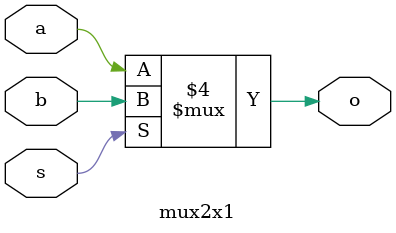
<source format=v>
module mux4x1(j,k,l,m,sel,out);
  input j,k,l,m;
  input [1:0]sel;
  output out;
  wire w1,w2;
  
  mux2x1 u1(.a(j), .b(k), .o(w1), .s(sel[0]));
  mux2x1 u2(.a(l), .b(m), .o(w2), .s(sel[0]));
  mux2x1 u3(.a(w1), .b(w2), .o(out),.s(sel[1]));
endmodule

module mux2x1(a,b,s,o);
  input a,b,s;
  output o;
  reg o;
  always@(*)begin
    if (s==0)
      o = a;
    else
      o = b;
  end
endmodule
</source>
